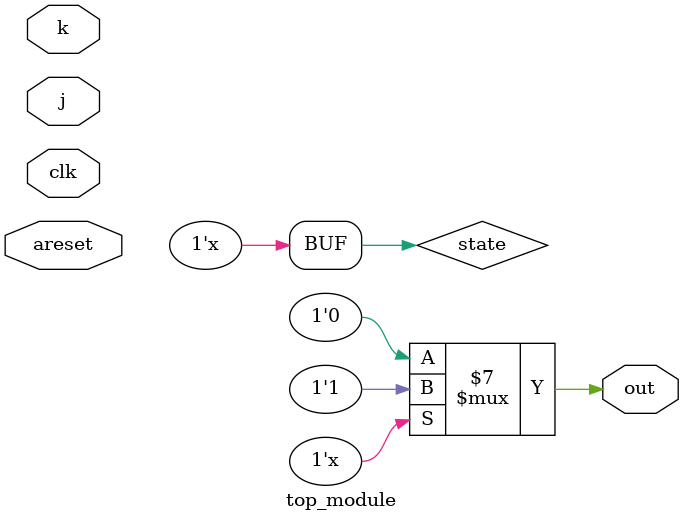
<source format=sv>
module top_module (
    input clk,
    input j,
    input k,
    input areset,
    output reg out
);

reg state;
parameter A = 1'b0, B = 1'b1;

// Combinational logic to determine the next state
always @(*) begin
    case (state)
        A: state = (j) ? B : A;
        B: state = (k) ? A : B;
    endcase
end

// Sequential logic to update the state
always @(posedge clk or posedge areset) begin
    if (areset) begin
        state <= A;
    end else begin
        state <= state;
    end
end

// Assign the output based on the current state
always @(*) begin
    out = (state == B) ? 1'b1 : 1'b0;
end

endmodule

</source>
